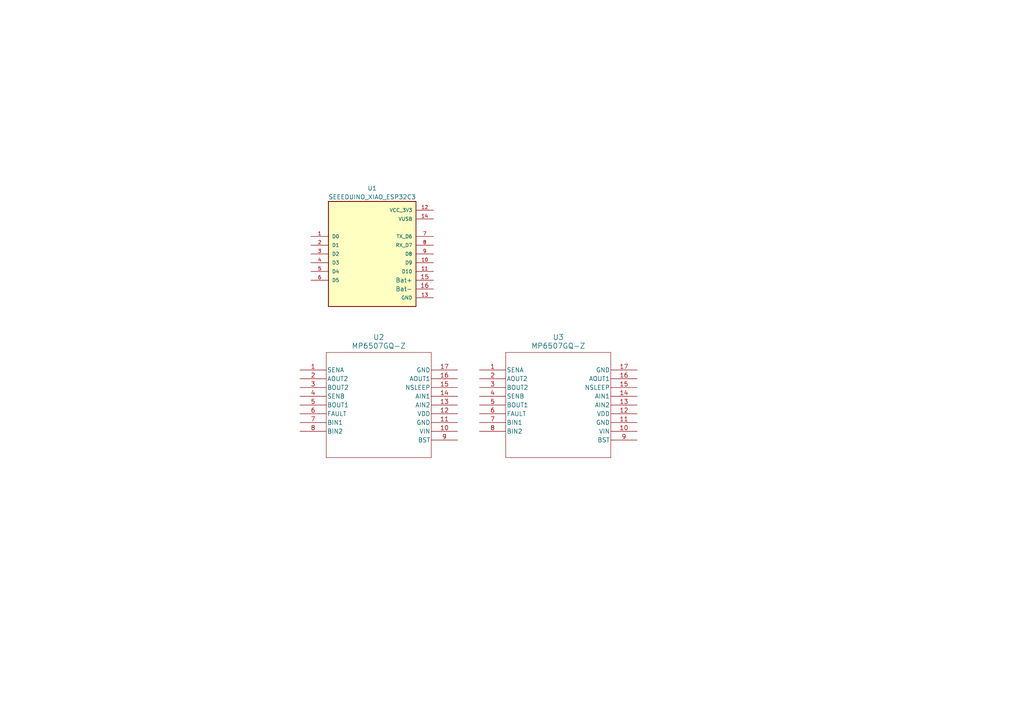
<source format=kicad_sch>
(kicad_sch (version 20230121) (generator eeschema)
  (paper "A4")
  (lib_symbols
    (symbol "113991054:113991054" (pin_names (offset 1.016))
      (property "Reference" "U" (at -12.7 16.002 0))
      (property "Value" "113991054" (at -12.7 -17.78 0))
      (symbol "113991054_0_0"
        (rectangle (start -12.7 15.24) (end 12.7 -15.24) (stroke (width 0.254)) (fill (type background)))
        (pin bidirectional line (at -17.78 5.08 0) (length 5.08) (name "D0") (number "1"))
        (pin bidirectional line (at 17.78 -2.54 180) (length 5.08) (name "D9") (number "10"))
        (pin bidirectional line (at 17.78 -5.08 180) (length 5.08) (name "D10") (number "11"))
        (pin power_in line (at 17.78 12.7 180) (length 5.08) (name "VCC_3V3") (number "12"))
        (pin power_in line (at 17.78 -12.7 180) (length 5.08) (name "GND") (number "13"))
        (pin power_in line (at 17.78 10.16 180) (length 5.08) (name "VUSB") (number "14"))
        (pin bidirectional line (at -17.78 2.54 0) (length 5.08) (name "D1") (number "2"))
        (pin bidirectional line (at -17.78 0 0) (length 5.08) (name "D2") (number "3"))
        (pin bidirectional line (at -17.78 -2.54 0) (length 5.08) (name "D3") (number "4"))
        (pin bidirectional line (at -17.78 -5.08 0) (length 5.08) (name "D4") (number "5"))
        (pin bidirectional line (at -17.78 -7.62 0) (length 5.08) (name "D5") (number "6"))
        (pin bidirectional line (at 17.78 5.08 180) (length 5.08) (name "TX_D6") (number "7"))
        (pin bidirectional line (at 17.78 2.54 180) (length 5.08) (name "RX_D7") (number "8"))
        (pin bidirectional line (at 17.78 0 180) (length 5.08) (name "D8") (number "9"))
      )
      (symbol "113991054_1_1"
        (pin bidirectional line (at 17.78 -7.62 180) (length 5.08) (name "Bat+") (number "15"))
        (pin bidirectional line (at 17.78 -10.16 180) (length 5.08) (name "Bat-") (number "16"))
      )
    )
    (symbol "MP6507GQ-Z:MP6507GQ-Z" (pin_names (offset 0.254))
      (property "Reference" "U" (at 22.86 10.16 0))
      (property "Value" "MP6507GQ-Z" (at 22.86 7.62 0))
      (symbol "MP6507GQ-Z_0_1"
        (polyline (pts (xy 7.62 -25.4) (xy 38.1 -25.4)) (stroke (width 0.127)))
        (polyline (pts (xy 7.62 5.08) (xy 7.62 -25.4)) (stroke (width 0.127)))
        (polyline (pts (xy 38.1 -25.4) (xy 38.1 5.08)) (stroke (width 0.127)))
        (polyline (pts (xy 38.1 5.08) (xy 7.62 5.08)) (stroke (width 0.127)))
        (pin unspecified line (at 0 0 0) (length 7.62) (name "SENA") (number "1"))
        (pin unspecified line (at 45.72 -17.78 180) (length 7.62) (name "VIN") (number "10"))
        (pin unspecified line (at 45.72 -15.24 180) (length 7.62) (name "GND") (number "11"))
        (pin unspecified line (at 45.72 -12.7 180) (length 7.62) (name "VDD") (number "12"))
        (pin unspecified line (at 45.72 -10.16 180) (length 7.62) (name "AIN2") (number "13"))
        (pin unspecified line (at 45.72 -7.62 180) (length 7.62) (name "AIN1") (number "14"))
        (pin unspecified line (at 45.72 -5.08 180) (length 7.62) (name "NSLEEP") (number "15"))
        (pin unspecified line (at 45.72 -2.54 180) (length 7.62) (name "AOUT1") (number "16"))
        (pin unspecified line (at 45.72 0 180) (length 7.62) (name "GND") (number "17"))
        (pin unspecified line (at 0 -2.54 0) (length 7.62) (name "AOUT2") (number "2"))
        (pin unspecified line (at 0 -5.08 0) (length 7.62) (name "BOUT2") (number "3"))
        (pin unspecified line (at 0 -7.62 0) (length 7.62) (name "SENB") (number "4"))
        (pin unspecified line (at 0 -10.16 0) (length 7.62) (name "BOUT1") (number "5"))
        (pin unspecified line (at 0 -12.7 0) (length 7.62) (name "FAULT") (number "6"))
        (pin unspecified line (at 0 -15.24 0) (length 7.62) (name "BIN1") (number "7"))
        (pin unspecified line (at 0 -17.78 0) (length 7.62) (name "BIN2") (number "8"))
        (pin unspecified line (at 45.72 -20.32 180) (length 7.62) (name "BST") (number "9"))
      )
    )
  )
  (symbol (lib_id "MP6507GQ-Z:MP6507GQ-Z") (at 139.065 107.315 0) (unit 1)
    (property "Reference" "U3" (at 161.925 97.79 0) (effects (font (size 1.524 1.524))))
    (property "Value" "MP6507GQ-Z" (at 161.925 100.33 0) (effects (font (size 1.524 1.524))))
    (property "Footprint" "ICA00451_MNP" (effects hide))
    (property "Datasheet" "MP6507GQ-Z" (effects hide))
  )
  (symbol (lib_id "113991054:113991054") (at 107.95 73.66 0) (unit 1)
    (property "Reference" "U1" (at 107.95 54.61 0))
    (property "Value" "SEEEDUINO_XIAO_ESP32C3" (at 107.95 57.15 0))
    (property "Footprint" "113991054:SEEEDUINO_XIAO_ESP32C3_Without_SMD" (effects hide))
    (property "PARTREV" "23/05/2022" (effects hide))
    (property "MANUFACTURER" "Seeed Technology" (effects hide))
    (property "SNAPEDA_PN" "113991054" (effects hide))
    (property "MAXIMUM_PACKAGE_HEIGHT" "N/A" (effects hide))
    (property "STANDARD" "Manufacturer Recommendations" (effects hide))
  )
  (symbol (lib_id "MP6507GQ-Z:MP6507GQ-Z") (at 86.995 107.315 0) (unit 1)
    (property "Reference" "U2" (at 109.855 97.79 0) (effects (font (size 1.524 1.524))))
    (property "Value" "MP6507GQ-Z" (at 109.855 100.33 0) (effects (font (size 1.524 1.524))))
    (property "Footprint" "ICA00451_MNP" (effects hide))
    (property "Datasheet" "MP6507GQ-Z" (effects hide))
  )
)
</source>
